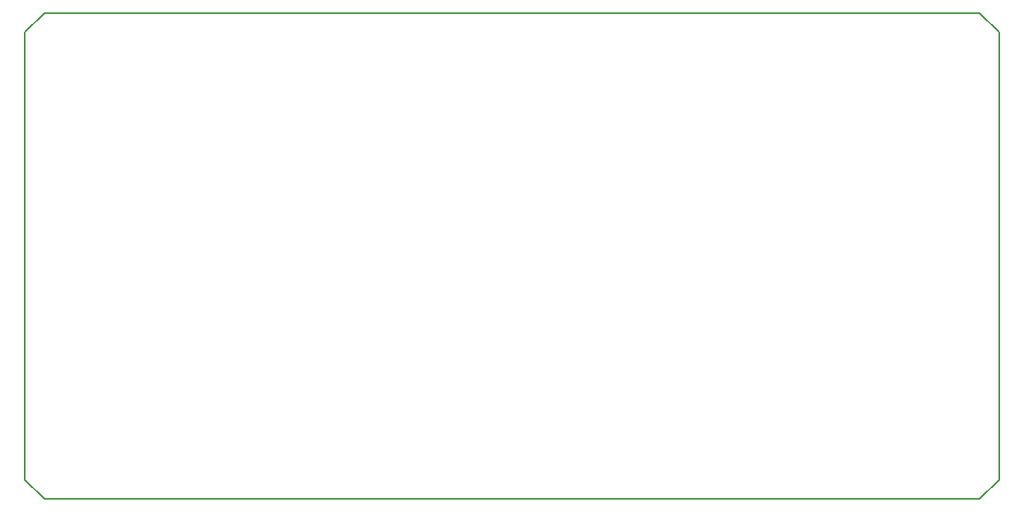
<source format=gbl>
﻿G04 #@! TF.FileFunction,Profile,NP*
%FSLAX46Y46*%
G04 Gerber Fmt 4.6, Leading zero omitted, Abs format (unit mm)*
G04 Created by KiCad (PCBNEW 4.0.7-e2-6376~58~ubuntu16.04.1) date Mon Oct 16 18:50:00 2017*
%MOMM*%
%LPD*%
G01*
G04 APERTURE LIST*
%ADD10C,0.100000*%
%ADD11C,0.150000*%
G04 APERTURE END LIST*
D10*
D11*
X102500000Y-118000000D02*
X198500000Y-118000000D01*
X102500000Y-68000000D02*
X198500000Y-68000000D01*
X200500000Y-70000000D02*
X198500000Y-68000000D01*
X200500000Y-116000000D02*
X200500000Y-70000000D01*
X198500000Y-118000000D02*
X200500000Y-116000000D01*
X100500000Y-70000000D02*
X102500000Y-68000000D01*
X100500000Y-116000000D02*
X102500000Y-118000000D01*
X100500000Y-70000000D02*
X100500000Y-116000000D01*
M02*
</source>
